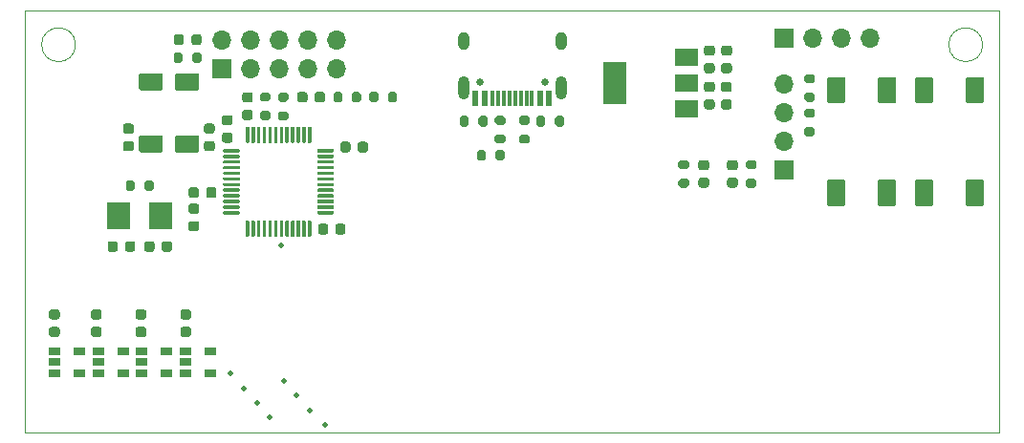
<source format=gts>
G04 #@! TF.GenerationSoftware,KiCad,Pcbnew,(5.1.12)-1*
G04 #@! TF.CreationDate,2024-01-22T15:17:36+02:00*
G04 #@! TF.ProjectId,CaliperPCB,43616c69-7065-4725-9043-422e6b696361,rev?*
G04 #@! TF.SameCoordinates,Original*
G04 #@! TF.FileFunction,Soldermask,Top*
G04 #@! TF.FilePolarity,Negative*
%FSLAX46Y46*%
G04 Gerber Fmt 4.6, Leading zero omitted, Abs format (unit mm)*
G04 Created by KiCad (PCBNEW (5.1.12)-1) date 2024-01-22 15:17:36*
%MOMM*%
%LPD*%
G01*
G04 APERTURE LIST*
G04 #@! TA.AperFunction,Profile*
%ADD10C,0.050000*%
G04 #@! TD*
%ADD11R,1.700000X1.700000*%
%ADD12O,1.700000X1.700000*%
%ADD13R,2.000000X2.400000*%
%ADD14O,1.000000X1.600000*%
%ADD15C,0.650000*%
%ADD16O,1.000000X2.100000*%
%ADD17R,0.300000X1.450000*%
%ADD18R,0.600000X1.450000*%
%ADD19C,0.500000*%
%ADD20R,1.060000X0.650000*%
%ADD21R,2.000000X3.800000*%
%ADD22R,2.000000X1.500000*%
G04 APERTURE END LIST*
D10*
X118170000Y-87000000D02*
G75*
G03*
X118170000Y-87000000I-1500000J0D01*
G01*
X198500000Y-87000000D02*
G75*
G03*
X198500000Y-87000000I-1500000J0D01*
G01*
X200000000Y-121356000D02*
X200000000Y-84000000D01*
X113670000Y-84000000D02*
X200000000Y-84000000D01*
X113670000Y-121356000D02*
X113670000Y-84000000D01*
X200000000Y-121356000D02*
X113670000Y-121356000D01*
G36*
G01*
X198518334Y-92179000D02*
X197118332Y-92179000D01*
G75*
G02*
X197016333Y-92077001I0J101999D01*
G01*
X197016333Y-89976999D01*
G75*
G02*
X197118332Y-89875000I101999J0D01*
G01*
X198518334Y-89875000D01*
G75*
G02*
X198620333Y-89976999I0J-101999D01*
G01*
X198620333Y-92077001D01*
G75*
G02*
X198518334Y-92179000I-101999J0D01*
G01*
G37*
G36*
G01*
X198518334Y-101279000D02*
X197118332Y-101279000D01*
G75*
G02*
X197016333Y-101177001I0J101999D01*
G01*
X197016333Y-99076999D01*
G75*
G02*
X197118332Y-98975000I101999J0D01*
G01*
X198518334Y-98975000D01*
G75*
G02*
X198620333Y-99076999I0J-101999D01*
G01*
X198620333Y-101177001D01*
G75*
G02*
X198518334Y-101279000I-101999J0D01*
G01*
G37*
G36*
G01*
X194018334Y-101279000D02*
X192618332Y-101279000D01*
G75*
G02*
X192516333Y-101177001I0J101999D01*
G01*
X192516333Y-99076999D01*
G75*
G02*
X192618332Y-98975000I101999J0D01*
G01*
X194018334Y-98975000D01*
G75*
G02*
X194120333Y-99076999I0J-101999D01*
G01*
X194120333Y-101177001D01*
G75*
G02*
X194018334Y-101279000I-101999J0D01*
G01*
G37*
G36*
G01*
X194018334Y-92179000D02*
X192618332Y-92179000D01*
G75*
G02*
X192516333Y-92077001I0J101999D01*
G01*
X192516333Y-89976999D01*
G75*
G02*
X192618332Y-89875000I101999J0D01*
G01*
X194018334Y-89875000D01*
G75*
G02*
X194120333Y-89976999I0J-101999D01*
G01*
X194120333Y-92077001D01*
G75*
G02*
X194018334Y-92179000I-101999J0D01*
G01*
G37*
G36*
G01*
X190734335Y-92179000D02*
X189334333Y-92179000D01*
G75*
G02*
X189232334Y-92077001I0J101999D01*
G01*
X189232334Y-89976999D01*
G75*
G02*
X189334333Y-89875000I101999J0D01*
G01*
X190734335Y-89875000D01*
G75*
G02*
X190836334Y-89976999I0J-101999D01*
G01*
X190836334Y-92077001D01*
G75*
G02*
X190734335Y-92179000I-101999J0D01*
G01*
G37*
G36*
G01*
X190734335Y-101279000D02*
X189334333Y-101279000D01*
G75*
G02*
X189232334Y-101177001I0J101999D01*
G01*
X189232334Y-99076999D01*
G75*
G02*
X189334333Y-98975000I101999J0D01*
G01*
X190734335Y-98975000D01*
G75*
G02*
X190836334Y-99076999I0J-101999D01*
G01*
X190836334Y-101177001D01*
G75*
G02*
X190734335Y-101279000I-101999J0D01*
G01*
G37*
G36*
G01*
X186234335Y-101279000D02*
X184834333Y-101279000D01*
G75*
G02*
X184732334Y-101177001I0J101999D01*
G01*
X184732334Y-99076999D01*
G75*
G02*
X184834333Y-98975000I101999J0D01*
G01*
X186234335Y-98975000D01*
G75*
G02*
X186336334Y-99076999I0J-101999D01*
G01*
X186336334Y-101177001D01*
G75*
G02*
X186234335Y-101279000I-101999J0D01*
G01*
G37*
G36*
G01*
X186234335Y-92179000D02*
X184834333Y-92179000D01*
G75*
G02*
X184732334Y-92077001I0J101999D01*
G01*
X184732334Y-89976999D01*
G75*
G02*
X184834333Y-89875000I101999J0D01*
G01*
X186234335Y-89875000D01*
G75*
G02*
X186336334Y-89976999I0J-101999D01*
G01*
X186336334Y-92077001D01*
G75*
G02*
X186234335Y-92179000I-101999J0D01*
G01*
G37*
G36*
G01*
X129312500Y-87875000D02*
X129312500Y-88425000D01*
G75*
G02*
X129112500Y-88625000I-200000J0D01*
G01*
X128712500Y-88625000D01*
G75*
G02*
X128512500Y-88425000I0J200000D01*
G01*
X128512500Y-87875000D01*
G75*
G02*
X128712500Y-87675000I200000J0D01*
G01*
X129112500Y-87675000D01*
G75*
G02*
X129312500Y-87875000I0J-200000D01*
G01*
G37*
G36*
G01*
X127662500Y-87875000D02*
X127662500Y-88425000D01*
G75*
G02*
X127462500Y-88625000I-200000J0D01*
G01*
X127062500Y-88625000D01*
G75*
G02*
X126862500Y-88425000I0J200000D01*
G01*
X126862500Y-87875000D01*
G75*
G02*
X127062500Y-87675000I200000J0D01*
G01*
X127462500Y-87675000D01*
G75*
G02*
X127662500Y-87875000I0J-200000D01*
G01*
G37*
G36*
G01*
X126882500Y-86806250D02*
X126882500Y-86293750D01*
G75*
G02*
X127101250Y-86075000I218750J0D01*
G01*
X127538750Y-86075000D01*
G75*
G02*
X127757500Y-86293750I0J-218750D01*
G01*
X127757500Y-86806250D01*
G75*
G02*
X127538750Y-87025000I-218750J0D01*
G01*
X127101250Y-87025000D01*
G75*
G02*
X126882500Y-86806250I0J218750D01*
G01*
G37*
G36*
G01*
X128457500Y-86806250D02*
X128457500Y-86293750D01*
G75*
G02*
X128676250Y-86075000I218750J0D01*
G01*
X129113750Y-86075000D01*
G75*
G02*
X129332500Y-86293750I0J-218750D01*
G01*
X129332500Y-86806250D01*
G75*
G02*
X129113750Y-87025000I-218750J0D01*
G01*
X128676250Y-87025000D01*
G75*
G02*
X128457500Y-86806250I0J218750D01*
G01*
G37*
G36*
G01*
X172299000Y-99685500D02*
X171749000Y-99685500D01*
G75*
G02*
X171549000Y-99485500I0J200000D01*
G01*
X171549000Y-99085500D01*
G75*
G02*
X171749000Y-98885500I200000J0D01*
G01*
X172299000Y-98885500D01*
G75*
G02*
X172499000Y-99085500I0J-200000D01*
G01*
X172499000Y-99485500D01*
G75*
G02*
X172299000Y-99685500I-200000J0D01*
G01*
G37*
G36*
G01*
X172299000Y-98035500D02*
X171749000Y-98035500D01*
G75*
G02*
X171549000Y-97835500I0J200000D01*
G01*
X171549000Y-97435500D01*
G75*
G02*
X171749000Y-97235500I200000J0D01*
G01*
X172299000Y-97235500D01*
G75*
G02*
X172499000Y-97435500I0J-200000D01*
G01*
X172499000Y-97835500D01*
G75*
G02*
X172299000Y-98035500I-200000J0D01*
G01*
G37*
G36*
G01*
X174052000Y-99685500D02*
X173552000Y-99685500D01*
G75*
G02*
X173327000Y-99460500I0J225000D01*
G01*
X173327000Y-99010500D01*
G75*
G02*
X173552000Y-98785500I225000J0D01*
G01*
X174052000Y-98785500D01*
G75*
G02*
X174277000Y-99010500I0J-225000D01*
G01*
X174277000Y-99460500D01*
G75*
G02*
X174052000Y-99685500I-225000J0D01*
G01*
G37*
G36*
G01*
X174052000Y-98135500D02*
X173552000Y-98135500D01*
G75*
G02*
X173327000Y-97910500I0J225000D01*
G01*
X173327000Y-97460500D01*
G75*
G02*
X173552000Y-97235500I225000J0D01*
G01*
X174052000Y-97235500D01*
G75*
G02*
X174277000Y-97460500I0J-225000D01*
G01*
X174277000Y-97910500D01*
G75*
G02*
X174052000Y-98135500I-225000J0D01*
G01*
G37*
G36*
G01*
X136835000Y-93705000D02*
X136285000Y-93705000D01*
G75*
G02*
X136085000Y-93505000I0J200000D01*
G01*
X136085000Y-93105000D01*
G75*
G02*
X136285000Y-92905000I200000J0D01*
G01*
X136835000Y-92905000D01*
G75*
G02*
X137035000Y-93105000I0J-200000D01*
G01*
X137035000Y-93505000D01*
G75*
G02*
X136835000Y-93705000I-200000J0D01*
G01*
G37*
G36*
G01*
X136835000Y-92055000D02*
X136285000Y-92055000D01*
G75*
G02*
X136085000Y-91855000I0J200000D01*
G01*
X136085000Y-91455000D01*
G75*
G02*
X136285000Y-91255000I200000J0D01*
G01*
X136835000Y-91255000D01*
G75*
G02*
X137035000Y-91455000I0J-200000D01*
G01*
X137035000Y-91855000D01*
G75*
G02*
X136835000Y-92055000I-200000J0D01*
G01*
G37*
G36*
G01*
X133150000Y-91225000D02*
X133650000Y-91225000D01*
G75*
G02*
X133875000Y-91450000I0J-225000D01*
G01*
X133875000Y-91900000D01*
G75*
G02*
X133650000Y-92125000I-225000J0D01*
G01*
X133150000Y-92125000D01*
G75*
G02*
X132925000Y-91900000I0J225000D01*
G01*
X132925000Y-91450000D01*
G75*
G02*
X133150000Y-91225000I225000J0D01*
G01*
G37*
G36*
G01*
X133150000Y-92775000D02*
X133650000Y-92775000D01*
G75*
G02*
X133875000Y-93000000I0J-225000D01*
G01*
X133875000Y-93450000D01*
G75*
G02*
X133650000Y-93675000I-225000J0D01*
G01*
X133150000Y-93675000D01*
G75*
G02*
X132925000Y-93450000I0J225000D01*
G01*
X132925000Y-93000000D01*
G75*
G02*
X133150000Y-92775000I225000J0D01*
G01*
G37*
G36*
G01*
X183455000Y-92050000D02*
X182905000Y-92050000D01*
G75*
G02*
X182705000Y-91850000I0J200000D01*
G01*
X182705000Y-91450000D01*
G75*
G02*
X182905000Y-91250000I200000J0D01*
G01*
X183455000Y-91250000D01*
G75*
G02*
X183655000Y-91450000I0J-200000D01*
G01*
X183655000Y-91850000D01*
G75*
G02*
X183455000Y-92050000I-200000J0D01*
G01*
G37*
G36*
G01*
X183455000Y-90400000D02*
X182905000Y-90400000D01*
G75*
G02*
X182705000Y-90200000I0J200000D01*
G01*
X182705000Y-89800000D01*
G75*
G02*
X182905000Y-89600000I200000J0D01*
G01*
X183455000Y-89600000D01*
G75*
G02*
X183655000Y-89800000I0J-200000D01*
G01*
X183655000Y-90200000D01*
G75*
G02*
X183455000Y-90400000I-200000J0D01*
G01*
G37*
G36*
G01*
X182905000Y-92660500D02*
X183455000Y-92660500D01*
G75*
G02*
X183655000Y-92860500I0J-200000D01*
G01*
X183655000Y-93260500D01*
G75*
G02*
X183455000Y-93460500I-200000J0D01*
G01*
X182905000Y-93460500D01*
G75*
G02*
X182705000Y-93260500I0J200000D01*
G01*
X182705000Y-92860500D01*
G75*
G02*
X182905000Y-92660500I200000J0D01*
G01*
G37*
G36*
G01*
X182905000Y-94310500D02*
X183455000Y-94310500D01*
G75*
G02*
X183655000Y-94510500I0J-200000D01*
G01*
X183655000Y-94910500D01*
G75*
G02*
X183455000Y-95110500I-200000J0D01*
G01*
X182905000Y-95110500D01*
G75*
G02*
X182705000Y-94910500I0J200000D01*
G01*
X182705000Y-94510500D01*
G75*
G02*
X182905000Y-94310500I200000J0D01*
G01*
G37*
D11*
X180940000Y-98140500D03*
D12*
X180940000Y-95600500D03*
X180940000Y-93060500D03*
X180940000Y-90520500D03*
D11*
X180940000Y-86388250D03*
D12*
X183480000Y-86388250D03*
X186020000Y-86388250D03*
X188560000Y-86388250D03*
G36*
G01*
X129102000Y-95139999D02*
X129102000Y-96440001D01*
G75*
G02*
X129000001Y-96542000I-101999J0D01*
G01*
X127099999Y-96542000D01*
G75*
G02*
X126998000Y-96440001I0J101999D01*
G01*
X126998000Y-95139999D01*
G75*
G02*
X127099999Y-95038000I101999J0D01*
G01*
X129000001Y-95038000D01*
G75*
G02*
X129102000Y-95139999I0J-101999D01*
G01*
G37*
G36*
G01*
X129102000Y-89639999D02*
X129102000Y-90940001D01*
G75*
G02*
X129000001Y-91042000I-101999J0D01*
G01*
X127099999Y-91042000D01*
G75*
G02*
X126998000Y-90940001I0J101999D01*
G01*
X126998000Y-89639999D01*
G75*
G02*
X127099999Y-89538000I101999J0D01*
G01*
X129000001Y-89538000D01*
G75*
G02*
X129102000Y-89639999I0J-101999D01*
G01*
G37*
G36*
G01*
X125902000Y-89639999D02*
X125902000Y-90940001D01*
G75*
G02*
X125800001Y-91042000I-101999J0D01*
G01*
X123899999Y-91042000D01*
G75*
G02*
X123798000Y-90940001I0J101999D01*
G01*
X123798000Y-89639999D01*
G75*
G02*
X123899999Y-89538000I101999J0D01*
G01*
X125800001Y-89538000D01*
G75*
G02*
X125902000Y-89639999I0J-101999D01*
G01*
G37*
G36*
G01*
X125902000Y-95139999D02*
X125902000Y-96440001D01*
G75*
G02*
X125800001Y-96542000I-101999J0D01*
G01*
X123899999Y-96542000D01*
G75*
G02*
X123798000Y-96440001I0J101999D01*
G01*
X123798000Y-95139999D01*
G75*
G02*
X123899999Y-95038000I101999J0D01*
G01*
X125800001Y-95038000D01*
G75*
G02*
X125902000Y-95139999I0J-101999D01*
G01*
G37*
D13*
X122010000Y-102190000D03*
X125710000Y-102190000D03*
D14*
X152528000Y-86660000D03*
D15*
X153958000Y-90310000D03*
D14*
X161168000Y-86660000D03*
D15*
X159738000Y-90310000D03*
D16*
X161168000Y-90840000D03*
X152528000Y-90840000D03*
D17*
X157098000Y-91755000D03*
X155098000Y-91755000D03*
X155598000Y-91755000D03*
X156098000Y-91755000D03*
X156598000Y-91755000D03*
X157598000Y-91755000D03*
X158098000Y-91755000D03*
X158598000Y-91755000D03*
D18*
X153598000Y-91755000D03*
X154398000Y-91755000D03*
X159298000Y-91755000D03*
X160098000Y-91755000D03*
X160098000Y-91755000D03*
X159298000Y-91755000D03*
X154398000Y-91755000D03*
X153598000Y-91755000D03*
G36*
G01*
X140998750Y-91930000D02*
X140998750Y-91380000D01*
G75*
G02*
X141198750Y-91180000I200000J0D01*
G01*
X141598750Y-91180000D01*
G75*
G02*
X141798750Y-91380000I0J-200000D01*
G01*
X141798750Y-91930000D01*
G75*
G02*
X141598750Y-92130000I-200000J0D01*
G01*
X141198750Y-92130000D01*
G75*
G02*
X140998750Y-91930000I0J200000D01*
G01*
G37*
G36*
G01*
X142648750Y-91930000D02*
X142648750Y-91380000D01*
G75*
G02*
X142848750Y-91180000I200000J0D01*
G01*
X143248750Y-91180000D01*
G75*
G02*
X143448750Y-91380000I0J-200000D01*
G01*
X143448750Y-91930000D01*
G75*
G02*
X143248750Y-92130000I-200000J0D01*
G01*
X142848750Y-92130000D01*
G75*
G02*
X142648750Y-91930000I0J200000D01*
G01*
G37*
D11*
X131150000Y-89090000D03*
D12*
X131150000Y-86550000D03*
X133690000Y-89090000D03*
X133690000Y-86550000D03*
X136230000Y-89090000D03*
X136230000Y-86550000D03*
X138770000Y-89090000D03*
X138770000Y-86550000D03*
X141310000Y-89090000D03*
X141310000Y-86550000D03*
G36*
G01*
X131360000Y-93240000D02*
X131860000Y-93240000D01*
G75*
G02*
X132085000Y-93465000I0J-225000D01*
G01*
X132085000Y-93915000D01*
G75*
G02*
X131860000Y-94140000I-225000J0D01*
G01*
X131360000Y-94140000D01*
G75*
G02*
X131135000Y-93915000I0J225000D01*
G01*
X131135000Y-93465000D01*
G75*
G02*
X131360000Y-93240000I225000J0D01*
G01*
G37*
G36*
G01*
X131360000Y-94790000D02*
X131860000Y-94790000D01*
G75*
G02*
X132085000Y-95015000I0J-225000D01*
G01*
X132085000Y-95465000D01*
G75*
G02*
X131860000Y-95690000I-225000J0D01*
G01*
X131360000Y-95690000D01*
G75*
G02*
X131135000Y-95465000I0J225000D01*
G01*
X131135000Y-95015000D01*
G75*
G02*
X131360000Y-94790000I225000J0D01*
G01*
G37*
G36*
G01*
X128195000Y-100360000D02*
X128195000Y-99860000D01*
G75*
G02*
X128420000Y-99635000I225000J0D01*
G01*
X128870000Y-99635000D01*
G75*
G02*
X129095000Y-99860000I0J-225000D01*
G01*
X129095000Y-100360000D01*
G75*
G02*
X128870000Y-100585000I-225000J0D01*
G01*
X128420000Y-100585000D01*
G75*
G02*
X128195000Y-100360000I0J225000D01*
G01*
G37*
G36*
G01*
X129745000Y-100360000D02*
X129745000Y-99860000D01*
G75*
G02*
X129970000Y-99635000I225000J0D01*
G01*
X130420000Y-99635000D01*
G75*
G02*
X130645000Y-99860000I0J-225000D01*
G01*
X130645000Y-100360000D01*
G75*
G02*
X130420000Y-100585000I-225000J0D01*
G01*
X129970000Y-100585000D01*
G75*
G02*
X129745000Y-100360000I0J225000D01*
G01*
G37*
G36*
G01*
X123716570Y-110466000D02*
X124216570Y-110466000D01*
G75*
G02*
X124441570Y-110691000I0J-225000D01*
G01*
X124441570Y-111141000D01*
G75*
G02*
X124216570Y-111366000I-225000J0D01*
G01*
X123716570Y-111366000D01*
G75*
G02*
X123491570Y-111141000I0J225000D01*
G01*
X123491570Y-110691000D01*
G75*
G02*
X123716570Y-110466000I225000J0D01*
G01*
G37*
G36*
G01*
X123716570Y-112016000D02*
X124216570Y-112016000D01*
G75*
G02*
X124441570Y-112241000I0J-225000D01*
G01*
X124441570Y-112691000D01*
G75*
G02*
X124216570Y-112916000I-225000J0D01*
G01*
X123716570Y-112916000D01*
G75*
G02*
X123491570Y-112691000I0J225000D01*
G01*
X123491570Y-112241000D01*
G75*
G02*
X123716570Y-112016000I225000J0D01*
G01*
G37*
D19*
X140250000Y-120720000D03*
X136630000Y-116820000D03*
X133060000Y-117470000D03*
X138950000Y-119420000D03*
X137740000Y-118120000D03*
X135400000Y-120070000D03*
X134270000Y-118770000D03*
X131850000Y-116170000D03*
X136400000Y-104820000D03*
G36*
G01*
X144190000Y-91930000D02*
X144190000Y-91380000D01*
G75*
G02*
X144390000Y-91180000I200000J0D01*
G01*
X144790000Y-91180000D01*
G75*
G02*
X144990000Y-91380000I0J-200000D01*
G01*
X144990000Y-91930000D01*
G75*
G02*
X144790000Y-92130000I-200000J0D01*
G01*
X144390000Y-92130000D01*
G75*
G02*
X144190000Y-91930000I0J200000D01*
G01*
G37*
G36*
G01*
X145840000Y-91930000D02*
X145840000Y-91380000D01*
G75*
G02*
X146040000Y-91180000I200000J0D01*
G01*
X146440000Y-91180000D01*
G75*
G02*
X146640000Y-91380000I0J-200000D01*
G01*
X146640000Y-91930000D01*
G75*
G02*
X146440000Y-92130000I-200000J0D01*
G01*
X146040000Y-92130000D01*
G75*
G02*
X145840000Y-91930000I0J200000D01*
G01*
G37*
D20*
X127926000Y-114195000D03*
X127926000Y-115145000D03*
X127926000Y-116095000D03*
X130126000Y-116095000D03*
X130126000Y-114195000D03*
X124051238Y-114195000D03*
X124051238Y-115145000D03*
X124051238Y-116095000D03*
X126251238Y-116095000D03*
X126251238Y-114195000D03*
X120176476Y-114195000D03*
X120176476Y-115145000D03*
X120176476Y-116095000D03*
X122376476Y-116095000D03*
X122376476Y-114195000D03*
X116301714Y-114195000D03*
X116301714Y-115145000D03*
X116301714Y-116095000D03*
X118501714Y-116095000D03*
X118501714Y-114195000D03*
G36*
G01*
X131250000Y-96475000D02*
X131250000Y-96325000D01*
G75*
G02*
X131325000Y-96250000I75000J0D01*
G01*
X132650000Y-96250000D01*
G75*
G02*
X132725000Y-96325000I0J-75000D01*
G01*
X132725000Y-96475000D01*
G75*
G02*
X132650000Y-96550000I-75000J0D01*
G01*
X131325000Y-96550000D01*
G75*
G02*
X131250000Y-96475000I0J75000D01*
G01*
G37*
G36*
G01*
X131250000Y-96975000D02*
X131250000Y-96825000D01*
G75*
G02*
X131325000Y-96750000I75000J0D01*
G01*
X132650000Y-96750000D01*
G75*
G02*
X132725000Y-96825000I0J-75000D01*
G01*
X132725000Y-96975000D01*
G75*
G02*
X132650000Y-97050000I-75000J0D01*
G01*
X131325000Y-97050000D01*
G75*
G02*
X131250000Y-96975000I0J75000D01*
G01*
G37*
G36*
G01*
X131250000Y-97475000D02*
X131250000Y-97325000D01*
G75*
G02*
X131325000Y-97250000I75000J0D01*
G01*
X132650000Y-97250000D01*
G75*
G02*
X132725000Y-97325000I0J-75000D01*
G01*
X132725000Y-97475000D01*
G75*
G02*
X132650000Y-97550000I-75000J0D01*
G01*
X131325000Y-97550000D01*
G75*
G02*
X131250000Y-97475000I0J75000D01*
G01*
G37*
G36*
G01*
X131250000Y-97975000D02*
X131250000Y-97825000D01*
G75*
G02*
X131325000Y-97750000I75000J0D01*
G01*
X132650000Y-97750000D01*
G75*
G02*
X132725000Y-97825000I0J-75000D01*
G01*
X132725000Y-97975000D01*
G75*
G02*
X132650000Y-98050000I-75000J0D01*
G01*
X131325000Y-98050000D01*
G75*
G02*
X131250000Y-97975000I0J75000D01*
G01*
G37*
G36*
G01*
X131250000Y-98475000D02*
X131250000Y-98325000D01*
G75*
G02*
X131325000Y-98250000I75000J0D01*
G01*
X132650000Y-98250000D01*
G75*
G02*
X132725000Y-98325000I0J-75000D01*
G01*
X132725000Y-98475000D01*
G75*
G02*
X132650000Y-98550000I-75000J0D01*
G01*
X131325000Y-98550000D01*
G75*
G02*
X131250000Y-98475000I0J75000D01*
G01*
G37*
G36*
G01*
X131250000Y-98975000D02*
X131250000Y-98825000D01*
G75*
G02*
X131325000Y-98750000I75000J0D01*
G01*
X132650000Y-98750000D01*
G75*
G02*
X132725000Y-98825000I0J-75000D01*
G01*
X132725000Y-98975000D01*
G75*
G02*
X132650000Y-99050000I-75000J0D01*
G01*
X131325000Y-99050000D01*
G75*
G02*
X131250000Y-98975000I0J75000D01*
G01*
G37*
G36*
G01*
X131250000Y-99475000D02*
X131250000Y-99325000D01*
G75*
G02*
X131325000Y-99250000I75000J0D01*
G01*
X132650000Y-99250000D01*
G75*
G02*
X132725000Y-99325000I0J-75000D01*
G01*
X132725000Y-99475000D01*
G75*
G02*
X132650000Y-99550000I-75000J0D01*
G01*
X131325000Y-99550000D01*
G75*
G02*
X131250000Y-99475000I0J75000D01*
G01*
G37*
G36*
G01*
X131250000Y-99975000D02*
X131250000Y-99825000D01*
G75*
G02*
X131325000Y-99750000I75000J0D01*
G01*
X132650000Y-99750000D01*
G75*
G02*
X132725000Y-99825000I0J-75000D01*
G01*
X132725000Y-99975000D01*
G75*
G02*
X132650000Y-100050000I-75000J0D01*
G01*
X131325000Y-100050000D01*
G75*
G02*
X131250000Y-99975000I0J75000D01*
G01*
G37*
G36*
G01*
X131250000Y-100475000D02*
X131250000Y-100325000D01*
G75*
G02*
X131325000Y-100250000I75000J0D01*
G01*
X132650000Y-100250000D01*
G75*
G02*
X132725000Y-100325000I0J-75000D01*
G01*
X132725000Y-100475000D01*
G75*
G02*
X132650000Y-100550000I-75000J0D01*
G01*
X131325000Y-100550000D01*
G75*
G02*
X131250000Y-100475000I0J75000D01*
G01*
G37*
G36*
G01*
X131250000Y-100975000D02*
X131250000Y-100825000D01*
G75*
G02*
X131325000Y-100750000I75000J0D01*
G01*
X132650000Y-100750000D01*
G75*
G02*
X132725000Y-100825000I0J-75000D01*
G01*
X132725000Y-100975000D01*
G75*
G02*
X132650000Y-101050000I-75000J0D01*
G01*
X131325000Y-101050000D01*
G75*
G02*
X131250000Y-100975000I0J75000D01*
G01*
G37*
G36*
G01*
X131250000Y-101475000D02*
X131250000Y-101325000D01*
G75*
G02*
X131325000Y-101250000I75000J0D01*
G01*
X132650000Y-101250000D01*
G75*
G02*
X132725000Y-101325000I0J-75000D01*
G01*
X132725000Y-101475000D01*
G75*
G02*
X132650000Y-101550000I-75000J0D01*
G01*
X131325000Y-101550000D01*
G75*
G02*
X131250000Y-101475000I0J75000D01*
G01*
G37*
G36*
G01*
X131250000Y-101975000D02*
X131250000Y-101825000D01*
G75*
G02*
X131325000Y-101750000I75000J0D01*
G01*
X132650000Y-101750000D01*
G75*
G02*
X132725000Y-101825000I0J-75000D01*
G01*
X132725000Y-101975000D01*
G75*
G02*
X132650000Y-102050000I-75000J0D01*
G01*
X131325000Y-102050000D01*
G75*
G02*
X131250000Y-101975000I0J75000D01*
G01*
G37*
G36*
G01*
X133250000Y-103975000D02*
X133250000Y-102650000D01*
G75*
G02*
X133325000Y-102575000I75000J0D01*
G01*
X133475000Y-102575000D01*
G75*
G02*
X133550000Y-102650000I0J-75000D01*
G01*
X133550000Y-103975000D01*
G75*
G02*
X133475000Y-104050000I-75000J0D01*
G01*
X133325000Y-104050000D01*
G75*
G02*
X133250000Y-103975000I0J75000D01*
G01*
G37*
G36*
G01*
X133750000Y-103975000D02*
X133750000Y-102650000D01*
G75*
G02*
X133825000Y-102575000I75000J0D01*
G01*
X133975000Y-102575000D01*
G75*
G02*
X134050000Y-102650000I0J-75000D01*
G01*
X134050000Y-103975000D01*
G75*
G02*
X133975000Y-104050000I-75000J0D01*
G01*
X133825000Y-104050000D01*
G75*
G02*
X133750000Y-103975000I0J75000D01*
G01*
G37*
G36*
G01*
X134250000Y-103975000D02*
X134250000Y-102650000D01*
G75*
G02*
X134325000Y-102575000I75000J0D01*
G01*
X134475000Y-102575000D01*
G75*
G02*
X134550000Y-102650000I0J-75000D01*
G01*
X134550000Y-103975000D01*
G75*
G02*
X134475000Y-104050000I-75000J0D01*
G01*
X134325000Y-104050000D01*
G75*
G02*
X134250000Y-103975000I0J75000D01*
G01*
G37*
G36*
G01*
X134750000Y-103975000D02*
X134750000Y-102650000D01*
G75*
G02*
X134825000Y-102575000I75000J0D01*
G01*
X134975000Y-102575000D01*
G75*
G02*
X135050000Y-102650000I0J-75000D01*
G01*
X135050000Y-103975000D01*
G75*
G02*
X134975000Y-104050000I-75000J0D01*
G01*
X134825000Y-104050000D01*
G75*
G02*
X134750000Y-103975000I0J75000D01*
G01*
G37*
G36*
G01*
X135250000Y-103975000D02*
X135250000Y-102650000D01*
G75*
G02*
X135325000Y-102575000I75000J0D01*
G01*
X135475000Y-102575000D01*
G75*
G02*
X135550000Y-102650000I0J-75000D01*
G01*
X135550000Y-103975000D01*
G75*
G02*
X135475000Y-104050000I-75000J0D01*
G01*
X135325000Y-104050000D01*
G75*
G02*
X135250000Y-103975000I0J75000D01*
G01*
G37*
G36*
G01*
X135750000Y-103975000D02*
X135750000Y-102650000D01*
G75*
G02*
X135825000Y-102575000I75000J0D01*
G01*
X135975000Y-102575000D01*
G75*
G02*
X136050000Y-102650000I0J-75000D01*
G01*
X136050000Y-103975000D01*
G75*
G02*
X135975000Y-104050000I-75000J0D01*
G01*
X135825000Y-104050000D01*
G75*
G02*
X135750000Y-103975000I0J75000D01*
G01*
G37*
G36*
G01*
X136250000Y-103975000D02*
X136250000Y-102650000D01*
G75*
G02*
X136325000Y-102575000I75000J0D01*
G01*
X136475000Y-102575000D01*
G75*
G02*
X136550000Y-102650000I0J-75000D01*
G01*
X136550000Y-103975000D01*
G75*
G02*
X136475000Y-104050000I-75000J0D01*
G01*
X136325000Y-104050000D01*
G75*
G02*
X136250000Y-103975000I0J75000D01*
G01*
G37*
G36*
G01*
X136750000Y-103975000D02*
X136750000Y-102650000D01*
G75*
G02*
X136825000Y-102575000I75000J0D01*
G01*
X136975000Y-102575000D01*
G75*
G02*
X137050000Y-102650000I0J-75000D01*
G01*
X137050000Y-103975000D01*
G75*
G02*
X136975000Y-104050000I-75000J0D01*
G01*
X136825000Y-104050000D01*
G75*
G02*
X136750000Y-103975000I0J75000D01*
G01*
G37*
G36*
G01*
X137250000Y-103975000D02*
X137250000Y-102650000D01*
G75*
G02*
X137325000Y-102575000I75000J0D01*
G01*
X137475000Y-102575000D01*
G75*
G02*
X137550000Y-102650000I0J-75000D01*
G01*
X137550000Y-103975000D01*
G75*
G02*
X137475000Y-104050000I-75000J0D01*
G01*
X137325000Y-104050000D01*
G75*
G02*
X137250000Y-103975000I0J75000D01*
G01*
G37*
G36*
G01*
X137750000Y-103975000D02*
X137750000Y-102650000D01*
G75*
G02*
X137825000Y-102575000I75000J0D01*
G01*
X137975000Y-102575000D01*
G75*
G02*
X138050000Y-102650000I0J-75000D01*
G01*
X138050000Y-103975000D01*
G75*
G02*
X137975000Y-104050000I-75000J0D01*
G01*
X137825000Y-104050000D01*
G75*
G02*
X137750000Y-103975000I0J75000D01*
G01*
G37*
G36*
G01*
X138250000Y-103975000D02*
X138250000Y-102650000D01*
G75*
G02*
X138325000Y-102575000I75000J0D01*
G01*
X138475000Y-102575000D01*
G75*
G02*
X138550000Y-102650000I0J-75000D01*
G01*
X138550000Y-103975000D01*
G75*
G02*
X138475000Y-104050000I-75000J0D01*
G01*
X138325000Y-104050000D01*
G75*
G02*
X138250000Y-103975000I0J75000D01*
G01*
G37*
G36*
G01*
X138750000Y-103975000D02*
X138750000Y-102650000D01*
G75*
G02*
X138825000Y-102575000I75000J0D01*
G01*
X138975000Y-102575000D01*
G75*
G02*
X139050000Y-102650000I0J-75000D01*
G01*
X139050000Y-103975000D01*
G75*
G02*
X138975000Y-104050000I-75000J0D01*
G01*
X138825000Y-104050000D01*
G75*
G02*
X138750000Y-103975000I0J75000D01*
G01*
G37*
G36*
G01*
X139575000Y-101975000D02*
X139575000Y-101825000D01*
G75*
G02*
X139650000Y-101750000I75000J0D01*
G01*
X140975000Y-101750000D01*
G75*
G02*
X141050000Y-101825000I0J-75000D01*
G01*
X141050000Y-101975000D01*
G75*
G02*
X140975000Y-102050000I-75000J0D01*
G01*
X139650000Y-102050000D01*
G75*
G02*
X139575000Y-101975000I0J75000D01*
G01*
G37*
G36*
G01*
X139575000Y-101475000D02*
X139575000Y-101325000D01*
G75*
G02*
X139650000Y-101250000I75000J0D01*
G01*
X140975000Y-101250000D01*
G75*
G02*
X141050000Y-101325000I0J-75000D01*
G01*
X141050000Y-101475000D01*
G75*
G02*
X140975000Y-101550000I-75000J0D01*
G01*
X139650000Y-101550000D01*
G75*
G02*
X139575000Y-101475000I0J75000D01*
G01*
G37*
G36*
G01*
X139575000Y-100975000D02*
X139575000Y-100825000D01*
G75*
G02*
X139650000Y-100750000I75000J0D01*
G01*
X140975000Y-100750000D01*
G75*
G02*
X141050000Y-100825000I0J-75000D01*
G01*
X141050000Y-100975000D01*
G75*
G02*
X140975000Y-101050000I-75000J0D01*
G01*
X139650000Y-101050000D01*
G75*
G02*
X139575000Y-100975000I0J75000D01*
G01*
G37*
G36*
G01*
X139575000Y-100475000D02*
X139575000Y-100325000D01*
G75*
G02*
X139650000Y-100250000I75000J0D01*
G01*
X140975000Y-100250000D01*
G75*
G02*
X141050000Y-100325000I0J-75000D01*
G01*
X141050000Y-100475000D01*
G75*
G02*
X140975000Y-100550000I-75000J0D01*
G01*
X139650000Y-100550000D01*
G75*
G02*
X139575000Y-100475000I0J75000D01*
G01*
G37*
G36*
G01*
X139575000Y-99975000D02*
X139575000Y-99825000D01*
G75*
G02*
X139650000Y-99750000I75000J0D01*
G01*
X140975000Y-99750000D01*
G75*
G02*
X141050000Y-99825000I0J-75000D01*
G01*
X141050000Y-99975000D01*
G75*
G02*
X140975000Y-100050000I-75000J0D01*
G01*
X139650000Y-100050000D01*
G75*
G02*
X139575000Y-99975000I0J75000D01*
G01*
G37*
G36*
G01*
X139575000Y-99475000D02*
X139575000Y-99325000D01*
G75*
G02*
X139650000Y-99250000I75000J0D01*
G01*
X140975000Y-99250000D01*
G75*
G02*
X141050000Y-99325000I0J-75000D01*
G01*
X141050000Y-99475000D01*
G75*
G02*
X140975000Y-99550000I-75000J0D01*
G01*
X139650000Y-99550000D01*
G75*
G02*
X139575000Y-99475000I0J75000D01*
G01*
G37*
G36*
G01*
X139575000Y-98975000D02*
X139575000Y-98825000D01*
G75*
G02*
X139650000Y-98750000I75000J0D01*
G01*
X140975000Y-98750000D01*
G75*
G02*
X141050000Y-98825000I0J-75000D01*
G01*
X141050000Y-98975000D01*
G75*
G02*
X140975000Y-99050000I-75000J0D01*
G01*
X139650000Y-99050000D01*
G75*
G02*
X139575000Y-98975000I0J75000D01*
G01*
G37*
G36*
G01*
X139575000Y-98475000D02*
X139575000Y-98325000D01*
G75*
G02*
X139650000Y-98250000I75000J0D01*
G01*
X140975000Y-98250000D01*
G75*
G02*
X141050000Y-98325000I0J-75000D01*
G01*
X141050000Y-98475000D01*
G75*
G02*
X140975000Y-98550000I-75000J0D01*
G01*
X139650000Y-98550000D01*
G75*
G02*
X139575000Y-98475000I0J75000D01*
G01*
G37*
G36*
G01*
X139575000Y-97975000D02*
X139575000Y-97825000D01*
G75*
G02*
X139650000Y-97750000I75000J0D01*
G01*
X140975000Y-97750000D01*
G75*
G02*
X141050000Y-97825000I0J-75000D01*
G01*
X141050000Y-97975000D01*
G75*
G02*
X140975000Y-98050000I-75000J0D01*
G01*
X139650000Y-98050000D01*
G75*
G02*
X139575000Y-97975000I0J75000D01*
G01*
G37*
G36*
G01*
X139575000Y-97475000D02*
X139575000Y-97325000D01*
G75*
G02*
X139650000Y-97250000I75000J0D01*
G01*
X140975000Y-97250000D01*
G75*
G02*
X141050000Y-97325000I0J-75000D01*
G01*
X141050000Y-97475000D01*
G75*
G02*
X140975000Y-97550000I-75000J0D01*
G01*
X139650000Y-97550000D01*
G75*
G02*
X139575000Y-97475000I0J75000D01*
G01*
G37*
G36*
G01*
X139575000Y-96975000D02*
X139575000Y-96825000D01*
G75*
G02*
X139650000Y-96750000I75000J0D01*
G01*
X140975000Y-96750000D01*
G75*
G02*
X141050000Y-96825000I0J-75000D01*
G01*
X141050000Y-96975000D01*
G75*
G02*
X140975000Y-97050000I-75000J0D01*
G01*
X139650000Y-97050000D01*
G75*
G02*
X139575000Y-96975000I0J75000D01*
G01*
G37*
G36*
G01*
X139575000Y-96475000D02*
X139575000Y-96325000D01*
G75*
G02*
X139650000Y-96250000I75000J0D01*
G01*
X140975000Y-96250000D01*
G75*
G02*
X141050000Y-96325000I0J-75000D01*
G01*
X141050000Y-96475000D01*
G75*
G02*
X140975000Y-96550000I-75000J0D01*
G01*
X139650000Y-96550000D01*
G75*
G02*
X139575000Y-96475000I0J75000D01*
G01*
G37*
G36*
G01*
X138750000Y-95650000D02*
X138750000Y-94325000D01*
G75*
G02*
X138825000Y-94250000I75000J0D01*
G01*
X138975000Y-94250000D01*
G75*
G02*
X139050000Y-94325000I0J-75000D01*
G01*
X139050000Y-95650000D01*
G75*
G02*
X138975000Y-95725000I-75000J0D01*
G01*
X138825000Y-95725000D01*
G75*
G02*
X138750000Y-95650000I0J75000D01*
G01*
G37*
G36*
G01*
X138250000Y-95650000D02*
X138250000Y-94325000D01*
G75*
G02*
X138325000Y-94250000I75000J0D01*
G01*
X138475000Y-94250000D01*
G75*
G02*
X138550000Y-94325000I0J-75000D01*
G01*
X138550000Y-95650000D01*
G75*
G02*
X138475000Y-95725000I-75000J0D01*
G01*
X138325000Y-95725000D01*
G75*
G02*
X138250000Y-95650000I0J75000D01*
G01*
G37*
G36*
G01*
X137750000Y-95650000D02*
X137750000Y-94325000D01*
G75*
G02*
X137825000Y-94250000I75000J0D01*
G01*
X137975000Y-94250000D01*
G75*
G02*
X138050000Y-94325000I0J-75000D01*
G01*
X138050000Y-95650000D01*
G75*
G02*
X137975000Y-95725000I-75000J0D01*
G01*
X137825000Y-95725000D01*
G75*
G02*
X137750000Y-95650000I0J75000D01*
G01*
G37*
G36*
G01*
X137250000Y-95650000D02*
X137250000Y-94325000D01*
G75*
G02*
X137325000Y-94250000I75000J0D01*
G01*
X137475000Y-94250000D01*
G75*
G02*
X137550000Y-94325000I0J-75000D01*
G01*
X137550000Y-95650000D01*
G75*
G02*
X137475000Y-95725000I-75000J0D01*
G01*
X137325000Y-95725000D01*
G75*
G02*
X137250000Y-95650000I0J75000D01*
G01*
G37*
G36*
G01*
X136750000Y-95650000D02*
X136750000Y-94325000D01*
G75*
G02*
X136825000Y-94250000I75000J0D01*
G01*
X136975000Y-94250000D01*
G75*
G02*
X137050000Y-94325000I0J-75000D01*
G01*
X137050000Y-95650000D01*
G75*
G02*
X136975000Y-95725000I-75000J0D01*
G01*
X136825000Y-95725000D01*
G75*
G02*
X136750000Y-95650000I0J75000D01*
G01*
G37*
G36*
G01*
X136250000Y-95650000D02*
X136250000Y-94325000D01*
G75*
G02*
X136325000Y-94250000I75000J0D01*
G01*
X136475000Y-94250000D01*
G75*
G02*
X136550000Y-94325000I0J-75000D01*
G01*
X136550000Y-95650000D01*
G75*
G02*
X136475000Y-95725000I-75000J0D01*
G01*
X136325000Y-95725000D01*
G75*
G02*
X136250000Y-95650000I0J75000D01*
G01*
G37*
G36*
G01*
X135750000Y-95650000D02*
X135750000Y-94325000D01*
G75*
G02*
X135825000Y-94250000I75000J0D01*
G01*
X135975000Y-94250000D01*
G75*
G02*
X136050000Y-94325000I0J-75000D01*
G01*
X136050000Y-95650000D01*
G75*
G02*
X135975000Y-95725000I-75000J0D01*
G01*
X135825000Y-95725000D01*
G75*
G02*
X135750000Y-95650000I0J75000D01*
G01*
G37*
G36*
G01*
X135250000Y-95650000D02*
X135250000Y-94325000D01*
G75*
G02*
X135325000Y-94250000I75000J0D01*
G01*
X135475000Y-94250000D01*
G75*
G02*
X135550000Y-94325000I0J-75000D01*
G01*
X135550000Y-95650000D01*
G75*
G02*
X135475000Y-95725000I-75000J0D01*
G01*
X135325000Y-95725000D01*
G75*
G02*
X135250000Y-95650000I0J75000D01*
G01*
G37*
G36*
G01*
X134750000Y-95650000D02*
X134750000Y-94325000D01*
G75*
G02*
X134825000Y-94250000I75000J0D01*
G01*
X134975000Y-94250000D01*
G75*
G02*
X135050000Y-94325000I0J-75000D01*
G01*
X135050000Y-95650000D01*
G75*
G02*
X134975000Y-95725000I-75000J0D01*
G01*
X134825000Y-95725000D01*
G75*
G02*
X134750000Y-95650000I0J75000D01*
G01*
G37*
G36*
G01*
X134250000Y-95650000D02*
X134250000Y-94325000D01*
G75*
G02*
X134325000Y-94250000I75000J0D01*
G01*
X134475000Y-94250000D01*
G75*
G02*
X134550000Y-94325000I0J-75000D01*
G01*
X134550000Y-95650000D01*
G75*
G02*
X134475000Y-95725000I-75000J0D01*
G01*
X134325000Y-95725000D01*
G75*
G02*
X134250000Y-95650000I0J75000D01*
G01*
G37*
G36*
G01*
X133750000Y-95650000D02*
X133750000Y-94325000D01*
G75*
G02*
X133825000Y-94250000I75000J0D01*
G01*
X133975000Y-94250000D01*
G75*
G02*
X134050000Y-94325000I0J-75000D01*
G01*
X134050000Y-95650000D01*
G75*
G02*
X133975000Y-95725000I-75000J0D01*
G01*
X133825000Y-95725000D01*
G75*
G02*
X133750000Y-95650000I0J75000D01*
G01*
G37*
G36*
G01*
X133250000Y-95650000D02*
X133250000Y-94325000D01*
G75*
G02*
X133325000Y-94250000I75000J0D01*
G01*
X133475000Y-94250000D01*
G75*
G02*
X133550000Y-94325000I0J-75000D01*
G01*
X133550000Y-95650000D01*
G75*
G02*
X133475000Y-95725000I-75000J0D01*
G01*
X133325000Y-95725000D01*
G75*
G02*
X133250000Y-95650000I0J75000D01*
G01*
G37*
D21*
X165934000Y-90416000D03*
D22*
X172234000Y-90416000D03*
X172234000Y-88116000D03*
X172234000Y-92716000D03*
G36*
G01*
X161430000Y-93505000D02*
X161430000Y-94055000D01*
G75*
G02*
X161230000Y-94255000I-200000J0D01*
G01*
X160830000Y-94255000D01*
G75*
G02*
X160630000Y-94055000I0J200000D01*
G01*
X160630000Y-93505000D01*
G75*
G02*
X160830000Y-93305000I200000J0D01*
G01*
X161230000Y-93305000D01*
G75*
G02*
X161430000Y-93505000I0J-200000D01*
G01*
G37*
G36*
G01*
X159780000Y-93505000D02*
X159780000Y-94055000D01*
G75*
G02*
X159580000Y-94255000I-200000J0D01*
G01*
X159180000Y-94255000D01*
G75*
G02*
X158980000Y-94055000I0J200000D01*
G01*
X158980000Y-93505000D01*
G75*
G02*
X159180000Y-93305000I200000J0D01*
G01*
X159580000Y-93305000D01*
G75*
G02*
X159780000Y-93505000I0J-200000D01*
G01*
G37*
G36*
G01*
X152210000Y-94055000D02*
X152210000Y-93505000D01*
G75*
G02*
X152410000Y-93305000I200000J0D01*
G01*
X152810000Y-93305000D01*
G75*
G02*
X153010000Y-93505000I0J-200000D01*
G01*
X153010000Y-94055000D01*
G75*
G02*
X152810000Y-94255000I-200000J0D01*
G01*
X152410000Y-94255000D01*
G75*
G02*
X152210000Y-94055000I0J200000D01*
G01*
G37*
G36*
G01*
X153860000Y-94055000D02*
X153860000Y-93505000D01*
G75*
G02*
X154060000Y-93305000I200000J0D01*
G01*
X154460000Y-93305000D01*
G75*
G02*
X154660000Y-93505000I0J-200000D01*
G01*
X154660000Y-94055000D01*
G75*
G02*
X154460000Y-94255000I-200000J0D01*
G01*
X154060000Y-94255000D01*
G75*
G02*
X153860000Y-94055000I0J200000D01*
G01*
G37*
G36*
G01*
X153720000Y-97085000D02*
X153720000Y-96535000D01*
G75*
G02*
X153920000Y-96335000I200000J0D01*
G01*
X154320000Y-96335000D01*
G75*
G02*
X154520000Y-96535000I0J-200000D01*
G01*
X154520000Y-97085000D01*
G75*
G02*
X154320000Y-97285000I-200000J0D01*
G01*
X153920000Y-97285000D01*
G75*
G02*
X153720000Y-97085000I0J200000D01*
G01*
G37*
G36*
G01*
X155370000Y-97085000D02*
X155370000Y-96535000D01*
G75*
G02*
X155570000Y-96335000I200000J0D01*
G01*
X155970000Y-96335000D01*
G75*
G02*
X156170000Y-96535000I0J-200000D01*
G01*
X156170000Y-97085000D01*
G75*
G02*
X155970000Y-97285000I-200000J0D01*
G01*
X155570000Y-97285000D01*
G75*
G02*
X155370000Y-97085000I0J200000D01*
G01*
G37*
G36*
G01*
X155498000Y-93305000D02*
X156048000Y-93305000D01*
G75*
G02*
X156248000Y-93505000I0J-200000D01*
G01*
X156248000Y-93905000D01*
G75*
G02*
X156048000Y-94105000I-200000J0D01*
G01*
X155498000Y-94105000D01*
G75*
G02*
X155298000Y-93905000I0J200000D01*
G01*
X155298000Y-93505000D01*
G75*
G02*
X155498000Y-93305000I200000J0D01*
G01*
G37*
G36*
G01*
X155498000Y-94955000D02*
X156048000Y-94955000D01*
G75*
G02*
X156248000Y-95155000I0J-200000D01*
G01*
X156248000Y-95555000D01*
G75*
G02*
X156048000Y-95755000I-200000J0D01*
G01*
X155498000Y-95755000D01*
G75*
G02*
X155298000Y-95555000I0J200000D01*
G01*
X155298000Y-95155000D01*
G75*
G02*
X155498000Y-94955000I200000J0D01*
G01*
G37*
G36*
G01*
X157648000Y-93305000D02*
X158198000Y-93305000D01*
G75*
G02*
X158398000Y-93505000I0J-200000D01*
G01*
X158398000Y-93905000D01*
G75*
G02*
X158198000Y-94105000I-200000J0D01*
G01*
X157648000Y-94105000D01*
G75*
G02*
X157448000Y-93905000I0J200000D01*
G01*
X157448000Y-93505000D01*
G75*
G02*
X157648000Y-93305000I200000J0D01*
G01*
G37*
G36*
G01*
X157648000Y-94955000D02*
X158198000Y-94955000D01*
G75*
G02*
X158398000Y-95155000I0J-200000D01*
G01*
X158398000Y-95555000D01*
G75*
G02*
X158198000Y-95755000I-200000J0D01*
G01*
X157648000Y-95755000D01*
G75*
G02*
X157448000Y-95555000I0J200000D01*
G01*
X157448000Y-95155000D01*
G75*
G02*
X157648000Y-94955000I200000J0D01*
G01*
G37*
G36*
G01*
X134695000Y-91235000D02*
X135245000Y-91235000D01*
G75*
G02*
X135445000Y-91435000I0J-200000D01*
G01*
X135445000Y-91835000D01*
G75*
G02*
X135245000Y-92035000I-200000J0D01*
G01*
X134695000Y-92035000D01*
G75*
G02*
X134495000Y-91835000I0J200000D01*
G01*
X134495000Y-91435000D01*
G75*
G02*
X134695000Y-91235000I200000J0D01*
G01*
G37*
G36*
G01*
X134695000Y-92885000D02*
X135245000Y-92885000D01*
G75*
G02*
X135445000Y-93085000I0J-200000D01*
G01*
X135445000Y-93485000D01*
G75*
G02*
X135245000Y-93685000I-200000J0D01*
G01*
X134695000Y-93685000D01*
G75*
G02*
X134495000Y-93485000I0J200000D01*
G01*
X134495000Y-93085000D01*
G75*
G02*
X134695000Y-92885000I200000J0D01*
G01*
G37*
G36*
G01*
X178289000Y-99685500D02*
X177739000Y-99685500D01*
G75*
G02*
X177539000Y-99485500I0J200000D01*
G01*
X177539000Y-99085500D01*
G75*
G02*
X177739000Y-98885500I200000J0D01*
G01*
X178289000Y-98885500D01*
G75*
G02*
X178489000Y-99085500I0J-200000D01*
G01*
X178489000Y-99485500D01*
G75*
G02*
X178289000Y-99685500I-200000J0D01*
G01*
G37*
G36*
G01*
X178289000Y-98035500D02*
X177739000Y-98035500D01*
G75*
G02*
X177539000Y-97835500I0J200000D01*
G01*
X177539000Y-97435500D01*
G75*
G02*
X177739000Y-97235500I200000J0D01*
G01*
X178289000Y-97235500D01*
G75*
G02*
X178489000Y-97435500I0J-200000D01*
G01*
X178489000Y-97835500D01*
G75*
G02*
X178289000Y-98035500I-200000J0D01*
G01*
G37*
G36*
G01*
X125075000Y-99225000D02*
X125075000Y-99775000D01*
G75*
G02*
X124875000Y-99975000I-200000J0D01*
G01*
X124475000Y-99975000D01*
G75*
G02*
X124275000Y-99775000I0J200000D01*
G01*
X124275000Y-99225000D01*
G75*
G02*
X124475000Y-99025000I200000J0D01*
G01*
X124875000Y-99025000D01*
G75*
G02*
X125075000Y-99225000I0J-200000D01*
G01*
G37*
G36*
G01*
X123425000Y-99225000D02*
X123425000Y-99775000D01*
G75*
G02*
X123225000Y-99975000I-200000J0D01*
G01*
X122825000Y-99975000D01*
G75*
G02*
X122625000Y-99775000I0J200000D01*
G01*
X122625000Y-99225000D01*
G75*
G02*
X122825000Y-99025000I200000J0D01*
G01*
X123225000Y-99025000D01*
G75*
G02*
X123425000Y-99225000I0J-200000D01*
G01*
G37*
G36*
G01*
X127676000Y-110466000D02*
X128176000Y-110466000D01*
G75*
G02*
X128401000Y-110691000I0J-225000D01*
G01*
X128401000Y-111141000D01*
G75*
G02*
X128176000Y-111366000I-225000J0D01*
G01*
X127676000Y-111366000D01*
G75*
G02*
X127451000Y-111141000I0J225000D01*
G01*
X127451000Y-110691000D01*
G75*
G02*
X127676000Y-110466000I225000J0D01*
G01*
G37*
G36*
G01*
X127676000Y-112016000D02*
X128176000Y-112016000D01*
G75*
G02*
X128401000Y-112241000I0J-225000D01*
G01*
X128401000Y-112691000D01*
G75*
G02*
X128176000Y-112916000I-225000J0D01*
G01*
X127676000Y-112916000D01*
G75*
G02*
X127451000Y-112691000I0J225000D01*
G01*
X127451000Y-112241000D01*
G75*
G02*
X127676000Y-112016000I225000J0D01*
G01*
G37*
G36*
G01*
X140257500Y-91405000D02*
X140257500Y-91905000D01*
G75*
G02*
X140032500Y-92130000I-225000J0D01*
G01*
X139582500Y-92130000D01*
G75*
G02*
X139357500Y-91905000I0J225000D01*
G01*
X139357500Y-91405000D01*
G75*
G02*
X139582500Y-91180000I225000J0D01*
G01*
X140032500Y-91180000D01*
G75*
G02*
X140257500Y-91405000I0J-225000D01*
G01*
G37*
G36*
G01*
X138707500Y-91405000D02*
X138707500Y-91905000D01*
G75*
G02*
X138482500Y-92130000I-225000J0D01*
G01*
X138032500Y-92130000D01*
G75*
G02*
X137807500Y-91905000I0J225000D01*
G01*
X137807500Y-91405000D01*
G75*
G02*
X138032500Y-91180000I225000J0D01*
G01*
X138482500Y-91180000D01*
G75*
G02*
X138707500Y-91405000I0J-225000D01*
G01*
G37*
G36*
G01*
X119757142Y-110466000D02*
X120257142Y-110466000D01*
G75*
G02*
X120482142Y-110691000I0J-225000D01*
G01*
X120482142Y-111141000D01*
G75*
G02*
X120257142Y-111366000I-225000J0D01*
G01*
X119757142Y-111366000D01*
G75*
G02*
X119532142Y-111141000I0J225000D01*
G01*
X119532142Y-110691000D01*
G75*
G02*
X119757142Y-110466000I225000J0D01*
G01*
G37*
G36*
G01*
X119757142Y-112016000D02*
X120257142Y-112016000D01*
G75*
G02*
X120482142Y-112241000I0J-225000D01*
G01*
X120482142Y-112691000D01*
G75*
G02*
X120257142Y-112916000I-225000J0D01*
G01*
X119757142Y-112916000D01*
G75*
G02*
X119532142Y-112691000I0J225000D01*
G01*
X119532142Y-112241000D01*
G75*
G02*
X119757142Y-112016000I225000J0D01*
G01*
G37*
G36*
G01*
X142090000Y-103100000D02*
X142090000Y-103600000D01*
G75*
G02*
X141865000Y-103825000I-225000J0D01*
G01*
X141415000Y-103825000D01*
G75*
G02*
X141190000Y-103600000I0J225000D01*
G01*
X141190000Y-103100000D01*
G75*
G02*
X141415000Y-102875000I225000J0D01*
G01*
X141865000Y-102875000D01*
G75*
G02*
X142090000Y-103100000I0J-225000D01*
G01*
G37*
G36*
G01*
X140540000Y-103100000D02*
X140540000Y-103600000D01*
G75*
G02*
X140315000Y-103825000I-225000J0D01*
G01*
X139865000Y-103825000D01*
G75*
G02*
X139640000Y-103600000I0J225000D01*
G01*
X139640000Y-103100000D01*
G75*
G02*
X139865000Y-102875000I225000J0D01*
G01*
X140315000Y-102875000D01*
G75*
G02*
X140540000Y-103100000I0J-225000D01*
G01*
G37*
G36*
G01*
X144070000Y-95825000D02*
X144070000Y-96325000D01*
G75*
G02*
X143845000Y-96550000I-225000J0D01*
G01*
X143395000Y-96550000D01*
G75*
G02*
X143170000Y-96325000I0J225000D01*
G01*
X143170000Y-95825000D01*
G75*
G02*
X143395000Y-95600000I225000J0D01*
G01*
X143845000Y-95600000D01*
G75*
G02*
X144070000Y-95825000I0J-225000D01*
G01*
G37*
G36*
G01*
X142520000Y-95825000D02*
X142520000Y-96325000D01*
G75*
G02*
X142295000Y-96550000I-225000J0D01*
G01*
X141845000Y-96550000D01*
G75*
G02*
X141620000Y-96325000I0J225000D01*
G01*
X141620000Y-95825000D01*
G75*
G02*
X141845000Y-95600000I225000J0D01*
G01*
X142295000Y-95600000D01*
G75*
G02*
X142520000Y-95825000I0J-225000D01*
G01*
G37*
G36*
G01*
X116051714Y-110466000D02*
X116551714Y-110466000D01*
G75*
G02*
X116776714Y-110691000I0J-225000D01*
G01*
X116776714Y-111141000D01*
G75*
G02*
X116551714Y-111366000I-225000J0D01*
G01*
X116051714Y-111366000D01*
G75*
G02*
X115826714Y-111141000I0J225000D01*
G01*
X115826714Y-110691000D01*
G75*
G02*
X116051714Y-110466000I225000J0D01*
G01*
G37*
G36*
G01*
X116051714Y-112016000D02*
X116551714Y-112016000D01*
G75*
G02*
X116776714Y-112241000I0J-225000D01*
G01*
X116776714Y-112691000D01*
G75*
G02*
X116551714Y-112916000I-225000J0D01*
G01*
X116051714Y-112916000D01*
G75*
G02*
X115826714Y-112691000I0J225000D01*
G01*
X115826714Y-112241000D01*
G75*
G02*
X116051714Y-112016000I225000J0D01*
G01*
G37*
G36*
G01*
X176592000Y-99685500D02*
X176092000Y-99685500D01*
G75*
G02*
X175867000Y-99460500I0J225000D01*
G01*
X175867000Y-99010500D01*
G75*
G02*
X176092000Y-98785500I225000J0D01*
G01*
X176592000Y-98785500D01*
G75*
G02*
X176817000Y-99010500I0J-225000D01*
G01*
X176817000Y-99460500D01*
G75*
G02*
X176592000Y-99685500I-225000J0D01*
G01*
G37*
G36*
G01*
X176592000Y-98135500D02*
X176092000Y-98135500D01*
G75*
G02*
X175867000Y-97910500I0J225000D01*
G01*
X175867000Y-97460500D01*
G75*
G02*
X176092000Y-97235500I225000J0D01*
G01*
X176592000Y-97235500D01*
G75*
G02*
X176817000Y-97460500I0J-225000D01*
G01*
X176817000Y-97910500D01*
G75*
G02*
X176592000Y-98135500I-225000J0D01*
G01*
G37*
G36*
G01*
X128891000Y-103540000D02*
X128391000Y-103540000D01*
G75*
G02*
X128166000Y-103315000I0J225000D01*
G01*
X128166000Y-102865000D01*
G75*
G02*
X128391000Y-102640000I225000J0D01*
G01*
X128891000Y-102640000D01*
G75*
G02*
X129116000Y-102865000I0J-225000D01*
G01*
X129116000Y-103315000D01*
G75*
G02*
X128891000Y-103540000I-225000J0D01*
G01*
G37*
G36*
G01*
X128891000Y-101990000D02*
X128391000Y-101990000D01*
G75*
G02*
X128166000Y-101765000I0J225000D01*
G01*
X128166000Y-101315000D01*
G75*
G02*
X128391000Y-101090000I225000J0D01*
G01*
X128891000Y-101090000D01*
G75*
G02*
X129116000Y-101315000I0J-225000D01*
G01*
X129116000Y-101765000D01*
G75*
G02*
X128891000Y-101990000I-225000J0D01*
G01*
G37*
G36*
G01*
X123110000Y-96440000D02*
X122610000Y-96440000D01*
G75*
G02*
X122385000Y-96215000I0J225000D01*
G01*
X122385000Y-95765000D01*
G75*
G02*
X122610000Y-95540000I225000J0D01*
G01*
X123110000Y-95540000D01*
G75*
G02*
X123335000Y-95765000I0J-225000D01*
G01*
X123335000Y-96215000D01*
G75*
G02*
X123110000Y-96440000I-225000J0D01*
G01*
G37*
G36*
G01*
X123110000Y-94890000D02*
X122610000Y-94890000D01*
G75*
G02*
X122385000Y-94665000I0J225000D01*
G01*
X122385000Y-94215000D01*
G75*
G02*
X122610000Y-93990000I225000J0D01*
G01*
X123110000Y-93990000D01*
G75*
G02*
X123335000Y-94215000I0J-225000D01*
G01*
X123335000Y-94665000D01*
G75*
G02*
X123110000Y-94890000I-225000J0D01*
G01*
G37*
G36*
G01*
X176054000Y-92741000D02*
X175554000Y-92741000D01*
G75*
G02*
X175329000Y-92516000I0J225000D01*
G01*
X175329000Y-92066000D01*
G75*
G02*
X175554000Y-91841000I225000J0D01*
G01*
X176054000Y-91841000D01*
G75*
G02*
X176279000Y-92066000I0J-225000D01*
G01*
X176279000Y-92516000D01*
G75*
G02*
X176054000Y-92741000I-225000J0D01*
G01*
G37*
G36*
G01*
X176054000Y-91191000D02*
X175554000Y-91191000D01*
G75*
G02*
X175329000Y-90966000I0J225000D01*
G01*
X175329000Y-90516000D01*
G75*
G02*
X175554000Y-90291000I225000J0D01*
G01*
X176054000Y-90291000D01*
G75*
G02*
X176279000Y-90516000I0J-225000D01*
G01*
X176279000Y-90966000D01*
G75*
G02*
X176054000Y-91191000I-225000J0D01*
G01*
G37*
G36*
G01*
X174054000Y-90291000D02*
X174554000Y-90291000D01*
G75*
G02*
X174779000Y-90516000I0J-225000D01*
G01*
X174779000Y-90966000D01*
G75*
G02*
X174554000Y-91191000I-225000J0D01*
G01*
X174054000Y-91191000D01*
G75*
G02*
X173829000Y-90966000I0J225000D01*
G01*
X173829000Y-90516000D01*
G75*
G02*
X174054000Y-90291000I225000J0D01*
G01*
G37*
G36*
G01*
X174054000Y-91841000D02*
X174554000Y-91841000D01*
G75*
G02*
X174779000Y-92066000I0J-225000D01*
G01*
X174779000Y-92516000D01*
G75*
G02*
X174554000Y-92741000I-225000J0D01*
G01*
X174054000Y-92741000D01*
G75*
G02*
X173829000Y-92516000I0J225000D01*
G01*
X173829000Y-92066000D01*
G75*
G02*
X174054000Y-91841000I225000J0D01*
G01*
G37*
G36*
G01*
X129770000Y-93990000D02*
X130270000Y-93990000D01*
G75*
G02*
X130495000Y-94215000I0J-225000D01*
G01*
X130495000Y-94665000D01*
G75*
G02*
X130270000Y-94890000I-225000J0D01*
G01*
X129770000Y-94890000D01*
G75*
G02*
X129545000Y-94665000I0J225000D01*
G01*
X129545000Y-94215000D01*
G75*
G02*
X129770000Y-93990000I225000J0D01*
G01*
G37*
G36*
G01*
X129770000Y-95540000D02*
X130270000Y-95540000D01*
G75*
G02*
X130495000Y-95765000I0J-225000D01*
G01*
X130495000Y-96215000D01*
G75*
G02*
X130270000Y-96440000I-225000J0D01*
G01*
X129770000Y-96440000D01*
G75*
G02*
X129545000Y-96215000I0J225000D01*
G01*
X129545000Y-95765000D01*
G75*
G02*
X129770000Y-95540000I225000J0D01*
G01*
G37*
G36*
G01*
X126710000Y-104640000D02*
X126710000Y-105140000D01*
G75*
G02*
X126485000Y-105365000I-225000J0D01*
G01*
X126035000Y-105365000D01*
G75*
G02*
X125810000Y-105140000I0J225000D01*
G01*
X125810000Y-104640000D01*
G75*
G02*
X126035000Y-104415000I225000J0D01*
G01*
X126485000Y-104415000D01*
G75*
G02*
X126710000Y-104640000I0J-225000D01*
G01*
G37*
G36*
G01*
X125160000Y-104640000D02*
X125160000Y-105140000D01*
G75*
G02*
X124935000Y-105365000I-225000J0D01*
G01*
X124485000Y-105365000D01*
G75*
G02*
X124260000Y-105140000I0J225000D01*
G01*
X124260000Y-104640000D01*
G75*
G02*
X124485000Y-104415000I225000J0D01*
G01*
X124935000Y-104415000D01*
G75*
G02*
X125160000Y-104640000I0J-225000D01*
G01*
G37*
G36*
G01*
X176074000Y-89526000D02*
X175574000Y-89526000D01*
G75*
G02*
X175349000Y-89301000I0J225000D01*
G01*
X175349000Y-88851000D01*
G75*
G02*
X175574000Y-88626000I225000J0D01*
G01*
X176074000Y-88626000D01*
G75*
G02*
X176299000Y-88851000I0J-225000D01*
G01*
X176299000Y-89301000D01*
G75*
G02*
X176074000Y-89526000I-225000J0D01*
G01*
G37*
G36*
G01*
X176074000Y-87976000D02*
X175574000Y-87976000D01*
G75*
G02*
X175349000Y-87751000I0J225000D01*
G01*
X175349000Y-87301000D01*
G75*
G02*
X175574000Y-87076000I225000J0D01*
G01*
X176074000Y-87076000D01*
G75*
G02*
X176299000Y-87301000I0J-225000D01*
G01*
X176299000Y-87751000D01*
G75*
G02*
X176074000Y-87976000I-225000J0D01*
G01*
G37*
G36*
G01*
X123460000Y-104640000D02*
X123460000Y-105140000D01*
G75*
G02*
X123235000Y-105365000I-225000J0D01*
G01*
X122785000Y-105365000D01*
G75*
G02*
X122560000Y-105140000I0J225000D01*
G01*
X122560000Y-104640000D01*
G75*
G02*
X122785000Y-104415000I225000J0D01*
G01*
X123235000Y-104415000D01*
G75*
G02*
X123460000Y-104640000I0J-225000D01*
G01*
G37*
G36*
G01*
X121910000Y-104640000D02*
X121910000Y-105140000D01*
G75*
G02*
X121685000Y-105365000I-225000J0D01*
G01*
X121235000Y-105365000D01*
G75*
G02*
X121010000Y-105140000I0J225000D01*
G01*
X121010000Y-104640000D01*
G75*
G02*
X121235000Y-104415000I225000J0D01*
G01*
X121685000Y-104415000D01*
G75*
G02*
X121910000Y-104640000I0J-225000D01*
G01*
G37*
G36*
G01*
X174554000Y-89526000D02*
X174054000Y-89526000D01*
G75*
G02*
X173829000Y-89301000I0J225000D01*
G01*
X173829000Y-88851000D01*
G75*
G02*
X174054000Y-88626000I225000J0D01*
G01*
X174554000Y-88626000D01*
G75*
G02*
X174779000Y-88851000I0J-225000D01*
G01*
X174779000Y-89301000D01*
G75*
G02*
X174554000Y-89526000I-225000J0D01*
G01*
G37*
G36*
G01*
X174554000Y-87976000D02*
X174054000Y-87976000D01*
G75*
G02*
X173829000Y-87751000I0J225000D01*
G01*
X173829000Y-87301000D01*
G75*
G02*
X174054000Y-87076000I225000J0D01*
G01*
X174554000Y-87076000D01*
G75*
G02*
X174779000Y-87301000I0J-225000D01*
G01*
X174779000Y-87751000D01*
G75*
G02*
X174554000Y-87976000I-225000J0D01*
G01*
G37*
M02*

</source>
